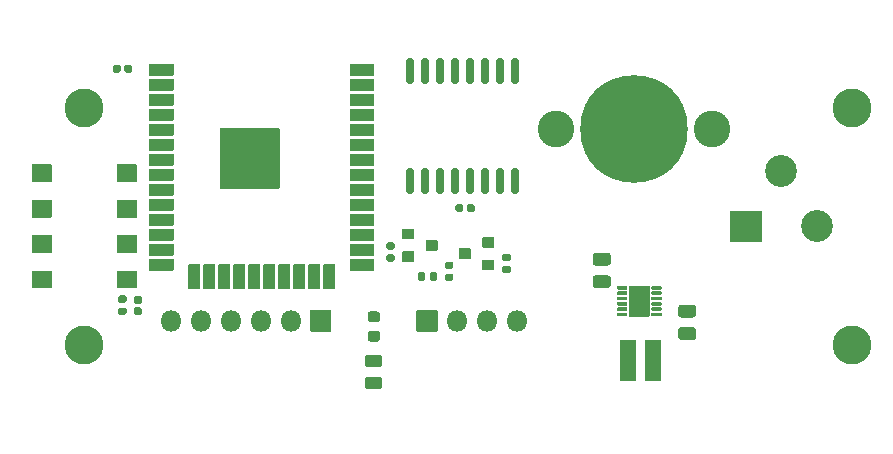
<source format=gts>
%TF.GenerationSoftware,KiCad,Pcbnew,5.1.10-6.fc33*%
%TF.CreationDate,2021-10-21T00:53:11-07:00*%
%TF.ProjectId,esp32_7seg_alarm_clock_controller,65737033-325f-4377-9365-675f616c6172,rev?*%
%TF.SameCoordinates,Original*%
%TF.FileFunction,Soldermask,Top*%
%TF.FilePolarity,Negative*%
%FSLAX46Y46*%
G04 Gerber Fmt 4.6, Leading zero omitted, Abs format (unit mm)*
G04 Created by KiCad (PCBNEW 5.1.10-6.fc33) date 2021-10-21 00:53:11*
%MOMM*%
%LPD*%
G01*
G04 APERTURE LIST*
%ADD10C,3.300000*%
%ADD11C,3.100000*%
%ADD12C,9.100000*%
%ADD13O,1.800000X1.800000*%
%ADD14C,2.700000*%
G04 APERTURE END LIST*
D10*
%TO.C,M4*%
X170000000Y-125000000D03*
%TD*%
%TO.C,M3*%
X105000000Y-125000000D03*
%TD*%
%TO.C,M2*%
X170000000Y-105000000D03*
%TD*%
%TO.C,M1*%
X105000000Y-105000000D03*
%TD*%
D11*
%TO.C,BT1*%
X158100000Y-106750000D03*
X144900000Y-106750000D03*
D12*
X151500000Y-106750000D03*
%TD*%
%TO.C,C1*%
G36*
G01*
X109720000Y-122510000D02*
X109330000Y-122510000D01*
G75*
G02*
X109165000Y-122345000I0J165000D01*
G01*
X109165000Y-122015000D01*
G75*
G02*
X109330000Y-121850000I165000J0D01*
G01*
X109720000Y-121850000D01*
G75*
G02*
X109885000Y-122015000I0J-165000D01*
G01*
X109885000Y-122345000D01*
G75*
G02*
X109720000Y-122510000I-165000J0D01*
G01*
G37*
G36*
G01*
X109720000Y-121550000D02*
X109330000Y-121550000D01*
G75*
G02*
X109165000Y-121385000I0J165000D01*
G01*
X109165000Y-121055000D01*
G75*
G02*
X109330000Y-120890000I165000J0D01*
G01*
X109720000Y-120890000D01*
G75*
G02*
X109885000Y-121055000I0J-165000D01*
G01*
X109885000Y-121385000D01*
G75*
G02*
X109720000Y-121550000I-165000J0D01*
G01*
G37*
%TD*%
%TO.C,C2*%
G36*
G01*
X137375000Y-113645000D02*
X137375000Y-113255000D01*
G75*
G02*
X137540000Y-113090000I165000J0D01*
G01*
X137870000Y-113090000D01*
G75*
G02*
X138035000Y-113255000I0J-165000D01*
G01*
X138035000Y-113645000D01*
G75*
G02*
X137870000Y-113810000I-165000J0D01*
G01*
X137540000Y-113810000D01*
G75*
G02*
X137375000Y-113645000I0J165000D01*
G01*
G37*
G36*
G01*
X136415000Y-113645000D02*
X136415000Y-113255000D01*
G75*
G02*
X136580000Y-113090000I165000J0D01*
G01*
X136910000Y-113090000D01*
G75*
G02*
X137075000Y-113255000I0J-165000D01*
G01*
X137075000Y-113645000D01*
G75*
G02*
X136910000Y-113810000I-165000J0D01*
G01*
X136580000Y-113810000D01*
G75*
G02*
X136415000Y-113645000I0J165000D01*
G01*
G37*
%TD*%
%TO.C,C3*%
G36*
G01*
X109035000Y-101455000D02*
X109035000Y-101845000D01*
G75*
G02*
X108870000Y-102010000I-165000J0D01*
G01*
X108540000Y-102010000D01*
G75*
G02*
X108375000Y-101845000I0J165000D01*
G01*
X108375000Y-101455000D01*
G75*
G02*
X108540000Y-101290000I165000J0D01*
G01*
X108870000Y-101290000D01*
G75*
G02*
X109035000Y-101455000I0J-165000D01*
G01*
G37*
G36*
G01*
X108075000Y-101455000D02*
X108075000Y-101845000D01*
G75*
G02*
X107910000Y-102010000I-165000J0D01*
G01*
X107580000Y-102010000D01*
G75*
G02*
X107415000Y-101845000I0J165000D01*
G01*
X107415000Y-101455000D01*
G75*
G02*
X107580000Y-101290000I165000J0D01*
G01*
X107910000Y-101290000D01*
G75*
G02*
X108075000Y-101455000I0J-165000D01*
G01*
G37*
%TD*%
%TO.C,C4*%
G36*
G01*
X149300000Y-118325000D02*
X148300000Y-118325000D01*
G75*
G02*
X148025000Y-118050000I0J275000D01*
G01*
X148025000Y-117500000D01*
G75*
G02*
X148300000Y-117225000I275000J0D01*
G01*
X149300000Y-117225000D01*
G75*
G02*
X149575000Y-117500000I0J-275000D01*
G01*
X149575000Y-118050000D01*
G75*
G02*
X149300000Y-118325000I-275000J0D01*
G01*
G37*
G36*
G01*
X149300000Y-120225000D02*
X148300000Y-120225000D01*
G75*
G02*
X148025000Y-119950000I0J275000D01*
G01*
X148025000Y-119400000D01*
G75*
G02*
X148300000Y-119125000I275000J0D01*
G01*
X149300000Y-119125000D01*
G75*
G02*
X149575000Y-119400000I0J-275000D01*
G01*
X149575000Y-119950000D01*
G75*
G02*
X149300000Y-120225000I-275000J0D01*
G01*
G37*
%TD*%
%TO.C,C5*%
G36*
G01*
X156525000Y-124625000D02*
X155525000Y-124625000D01*
G75*
G02*
X155250000Y-124350000I0J275000D01*
G01*
X155250000Y-123800000D01*
G75*
G02*
X155525000Y-123525000I275000J0D01*
G01*
X156525000Y-123525000D01*
G75*
G02*
X156800000Y-123800000I0J-275000D01*
G01*
X156800000Y-124350000D01*
G75*
G02*
X156525000Y-124625000I-275000J0D01*
G01*
G37*
G36*
G01*
X156525000Y-122725000D02*
X155525000Y-122725000D01*
G75*
G02*
X155250000Y-122450000I0J275000D01*
G01*
X155250000Y-121900000D01*
G75*
G02*
X155525000Y-121625000I275000J0D01*
G01*
X156525000Y-121625000D01*
G75*
G02*
X156800000Y-121900000I0J-275000D01*
G01*
X156800000Y-122450000D01*
G75*
G02*
X156525000Y-122725000I-275000J0D01*
G01*
G37*
%TD*%
%TO.C,D1*%
G36*
G01*
X129956250Y-128800000D02*
X128993750Y-128800000D01*
G75*
G02*
X128725000Y-128531250I0J268750D01*
G01*
X128725000Y-127993750D01*
G75*
G02*
X128993750Y-127725000I268750J0D01*
G01*
X129956250Y-127725000D01*
G75*
G02*
X130225000Y-127993750I0J-268750D01*
G01*
X130225000Y-128531250D01*
G75*
G02*
X129956250Y-128800000I-268750J0D01*
G01*
G37*
G36*
G01*
X129956250Y-126925000D02*
X128993750Y-126925000D01*
G75*
G02*
X128725000Y-126656250I0J268750D01*
G01*
X128725000Y-126118750D01*
G75*
G02*
X128993750Y-125850000I268750J0D01*
G01*
X129956250Y-125850000D01*
G75*
G02*
X130225000Y-126118750I0J-268750D01*
G01*
X130225000Y-126656250D01*
G75*
G02*
X129956250Y-126925000I-268750J0D01*
G01*
G37*
%TD*%
%TO.C,J1*%
G36*
G01*
X124150000Y-122100000D02*
X125850000Y-122100000D01*
G75*
G02*
X125900000Y-122150000I0J-50000D01*
G01*
X125900000Y-123850000D01*
G75*
G02*
X125850000Y-123900000I-50000J0D01*
G01*
X124150000Y-123900000D01*
G75*
G02*
X124100000Y-123850000I0J50000D01*
G01*
X124100000Y-122150000D01*
G75*
G02*
X124150000Y-122100000I50000J0D01*
G01*
G37*
D13*
X122460000Y-123000000D03*
X119920000Y-123000000D03*
X117380000Y-123000000D03*
X114840000Y-123000000D03*
X112300000Y-123000000D03*
%TD*%
%TO.C,J2*%
G36*
G01*
X162300000Y-116350000D02*
X159700000Y-116350000D01*
G75*
G02*
X159650000Y-116300000I0J50000D01*
G01*
X159650000Y-113700000D01*
G75*
G02*
X159700000Y-113650000I50000J0D01*
G01*
X162300000Y-113650000D01*
G75*
G02*
X162350000Y-113700000I0J-50000D01*
G01*
X162350000Y-116300000D01*
G75*
G02*
X162300000Y-116350000I-50000J0D01*
G01*
G37*
D14*
X167000000Y-115000000D03*
X164000000Y-110300000D03*
%TD*%
%TO.C,J3*%
G36*
G01*
X134850000Y-123900000D02*
X133150000Y-123900000D01*
G75*
G02*
X133100000Y-123850000I0J50000D01*
G01*
X133100000Y-122150000D01*
G75*
G02*
X133150000Y-122100000I50000J0D01*
G01*
X134850000Y-122100000D01*
G75*
G02*
X134900000Y-122150000I0J-50000D01*
G01*
X134900000Y-123850000D01*
G75*
G02*
X134850000Y-123900000I-50000J0D01*
G01*
G37*
D13*
X136540000Y-123000000D03*
X139080000Y-123000000D03*
X141620000Y-123000000D03*
%TD*%
%TO.C,L1*%
G36*
G01*
X150325000Y-128025000D02*
X150325000Y-124625000D01*
G75*
G02*
X150375000Y-124575000I50000J0D01*
G01*
X151675000Y-124575000D01*
G75*
G02*
X151725000Y-124625000I0J-50000D01*
G01*
X151725000Y-128025000D01*
G75*
G02*
X151675000Y-128075000I-50000J0D01*
G01*
X150375000Y-128075000D01*
G75*
G02*
X150325000Y-128025000I0J50000D01*
G01*
G37*
G36*
G01*
X152425000Y-128025000D02*
X152425000Y-124625000D01*
G75*
G02*
X152475000Y-124575000I50000J0D01*
G01*
X153775000Y-124575000D01*
G75*
G02*
X153825000Y-124625000I0J-50000D01*
G01*
X153825000Y-128025000D01*
G75*
G02*
X153775000Y-128075000I-50000J0D01*
G01*
X152475000Y-128075000D01*
G75*
G02*
X152425000Y-128025000I0J50000D01*
G01*
G37*
%TD*%
%TO.C,Q1*%
G36*
G01*
X133900000Y-117000000D02*
X133900000Y-116200000D01*
G75*
G02*
X133950000Y-116150000I50000J0D01*
G01*
X134850000Y-116150000D01*
G75*
G02*
X134900000Y-116200000I0J-50000D01*
G01*
X134900000Y-117000000D01*
G75*
G02*
X134850000Y-117050000I-50000J0D01*
G01*
X133950000Y-117050000D01*
G75*
G02*
X133900000Y-117000000I0J50000D01*
G01*
G37*
G36*
G01*
X131900000Y-117950000D02*
X131900000Y-117150000D01*
G75*
G02*
X131950000Y-117100000I50000J0D01*
G01*
X132850000Y-117100000D01*
G75*
G02*
X132900000Y-117150000I0J-50000D01*
G01*
X132900000Y-117950000D01*
G75*
G02*
X132850000Y-118000000I-50000J0D01*
G01*
X131950000Y-118000000D01*
G75*
G02*
X131900000Y-117950000I0J50000D01*
G01*
G37*
G36*
G01*
X131900000Y-116050000D02*
X131900000Y-115250000D01*
G75*
G02*
X131950000Y-115200000I50000J0D01*
G01*
X132850000Y-115200000D01*
G75*
G02*
X132900000Y-115250000I0J-50000D01*
G01*
X132900000Y-116050000D01*
G75*
G02*
X132850000Y-116100000I-50000J0D01*
G01*
X131950000Y-116100000D01*
G75*
G02*
X131900000Y-116050000I0J50000D01*
G01*
G37*
%TD*%
%TO.C,Q2*%
G36*
G01*
X139700000Y-117850000D02*
X139700000Y-118650000D01*
G75*
G02*
X139650000Y-118700000I-50000J0D01*
G01*
X138750000Y-118700000D01*
G75*
G02*
X138700000Y-118650000I0J50000D01*
G01*
X138700000Y-117850000D01*
G75*
G02*
X138750000Y-117800000I50000J0D01*
G01*
X139650000Y-117800000D01*
G75*
G02*
X139700000Y-117850000I0J-50000D01*
G01*
G37*
G36*
G01*
X139700000Y-115950000D02*
X139700000Y-116750000D01*
G75*
G02*
X139650000Y-116800000I-50000J0D01*
G01*
X138750000Y-116800000D01*
G75*
G02*
X138700000Y-116750000I0J50000D01*
G01*
X138700000Y-115950000D01*
G75*
G02*
X138750000Y-115900000I50000J0D01*
G01*
X139650000Y-115900000D01*
G75*
G02*
X139700000Y-115950000I0J-50000D01*
G01*
G37*
G36*
G01*
X137700000Y-116900000D02*
X137700000Y-117700000D01*
G75*
G02*
X137650000Y-117750000I-50000J0D01*
G01*
X136750000Y-117750000D01*
G75*
G02*
X136700000Y-117700000I0J50000D01*
G01*
X136700000Y-116900000D01*
G75*
G02*
X136750000Y-116850000I50000J0D01*
G01*
X137650000Y-116850000D01*
G75*
G02*
X137700000Y-116900000I0J-50000D01*
G01*
G37*
%TD*%
%TO.C,R1*%
G36*
G01*
X108410000Y-122505000D02*
X107990000Y-122505000D01*
G75*
G02*
X107830000Y-122345000I0J160000D01*
G01*
X107830000Y-122025000D01*
G75*
G02*
X107990000Y-121865000I160000J0D01*
G01*
X108410000Y-121865000D01*
G75*
G02*
X108570000Y-122025000I0J-160000D01*
G01*
X108570000Y-122345000D01*
G75*
G02*
X108410000Y-122505000I-160000J0D01*
G01*
G37*
G36*
G01*
X108410000Y-121485000D02*
X107990000Y-121485000D01*
G75*
G02*
X107830000Y-121325000I0J160000D01*
G01*
X107830000Y-121005000D01*
G75*
G02*
X107990000Y-120845000I160000J0D01*
G01*
X108410000Y-120845000D01*
G75*
G02*
X108570000Y-121005000I0J-160000D01*
G01*
X108570000Y-121325000D01*
G75*
G02*
X108410000Y-121485000I-160000J0D01*
G01*
G37*
%TD*%
%TO.C,R2*%
G36*
G01*
X129800000Y-124750000D02*
X129200000Y-124750000D01*
G75*
G02*
X128975000Y-124525000I0J225000D01*
G01*
X128975000Y-124075000D01*
G75*
G02*
X129200000Y-123850000I225000J0D01*
G01*
X129800000Y-123850000D01*
G75*
G02*
X130025000Y-124075000I0J-225000D01*
G01*
X130025000Y-124525000D01*
G75*
G02*
X129800000Y-124750000I-225000J0D01*
G01*
G37*
G36*
G01*
X129800000Y-123100000D02*
X129200000Y-123100000D01*
G75*
G02*
X128975000Y-122875000I0J225000D01*
G01*
X128975000Y-122425000D01*
G75*
G02*
X129200000Y-122200000I225000J0D01*
G01*
X129800000Y-122200000D01*
G75*
G02*
X130025000Y-122425000I0J-225000D01*
G01*
X130025000Y-122875000D01*
G75*
G02*
X129800000Y-123100000I-225000J0D01*
G01*
G37*
%TD*%
%TO.C,R3*%
G36*
G01*
X130715000Y-116335000D02*
X131135000Y-116335000D01*
G75*
G02*
X131295000Y-116495000I0J-160000D01*
G01*
X131295000Y-116815000D01*
G75*
G02*
X131135000Y-116975000I-160000J0D01*
G01*
X130715000Y-116975000D01*
G75*
G02*
X130555000Y-116815000I0J160000D01*
G01*
X130555000Y-116495000D01*
G75*
G02*
X130715000Y-116335000I160000J0D01*
G01*
G37*
G36*
G01*
X130715000Y-117355000D02*
X131135000Y-117355000D01*
G75*
G02*
X131295000Y-117515000I0J-160000D01*
G01*
X131295000Y-117835000D01*
G75*
G02*
X131135000Y-117995000I-160000J0D01*
G01*
X130715000Y-117995000D01*
G75*
G02*
X130555000Y-117835000I0J160000D01*
G01*
X130555000Y-117515000D01*
G75*
G02*
X130715000Y-117355000I160000J0D01*
G01*
G37*
%TD*%
%TO.C,R4*%
G36*
G01*
X140935000Y-117935000D02*
X140515000Y-117935000D01*
G75*
G02*
X140355000Y-117775000I0J160000D01*
G01*
X140355000Y-117455000D01*
G75*
G02*
X140515000Y-117295000I160000J0D01*
G01*
X140935000Y-117295000D01*
G75*
G02*
X141095000Y-117455000I0J-160000D01*
G01*
X141095000Y-117775000D01*
G75*
G02*
X140935000Y-117935000I-160000J0D01*
G01*
G37*
G36*
G01*
X140935000Y-118955000D02*
X140515000Y-118955000D01*
G75*
G02*
X140355000Y-118795000I0J160000D01*
G01*
X140355000Y-118475000D01*
G75*
G02*
X140515000Y-118315000I160000J0D01*
G01*
X140935000Y-118315000D01*
G75*
G02*
X141095000Y-118475000I0J-160000D01*
G01*
X141095000Y-118795000D01*
G75*
G02*
X140935000Y-118955000I-160000J0D01*
G01*
G37*
%TD*%
%TO.C,R5*%
G36*
G01*
X133860000Y-119040000D02*
X133860000Y-119460000D01*
G75*
G02*
X133700000Y-119620000I-160000J0D01*
G01*
X133380000Y-119620000D01*
G75*
G02*
X133220000Y-119460000I0J160000D01*
G01*
X133220000Y-119040000D01*
G75*
G02*
X133380000Y-118880000I160000J0D01*
G01*
X133700000Y-118880000D01*
G75*
G02*
X133860000Y-119040000I0J-160000D01*
G01*
G37*
G36*
G01*
X134880000Y-119040000D02*
X134880000Y-119460000D01*
G75*
G02*
X134720000Y-119620000I-160000J0D01*
G01*
X134400000Y-119620000D01*
G75*
G02*
X134240000Y-119460000I0J160000D01*
G01*
X134240000Y-119040000D01*
G75*
G02*
X134400000Y-118880000I160000J0D01*
G01*
X134720000Y-118880000D01*
G75*
G02*
X134880000Y-119040000I0J-160000D01*
G01*
G37*
%TD*%
%TO.C,R6*%
G36*
G01*
X136085000Y-119630000D02*
X135665000Y-119630000D01*
G75*
G02*
X135505000Y-119470000I0J160000D01*
G01*
X135505000Y-119150000D01*
G75*
G02*
X135665000Y-118990000I160000J0D01*
G01*
X136085000Y-118990000D01*
G75*
G02*
X136245000Y-119150000I0J-160000D01*
G01*
X136245000Y-119470000D01*
G75*
G02*
X136085000Y-119630000I-160000J0D01*
G01*
G37*
G36*
G01*
X136085000Y-118610000D02*
X135665000Y-118610000D01*
G75*
G02*
X135505000Y-118450000I0J160000D01*
G01*
X135505000Y-118130000D01*
G75*
G02*
X135665000Y-117970000I160000J0D01*
G01*
X136085000Y-117970000D01*
G75*
G02*
X136245000Y-118130000I0J-160000D01*
G01*
X136245000Y-118450000D01*
G75*
G02*
X136085000Y-118610000I-160000J0D01*
G01*
G37*
%TD*%
%TO.C,SW1*%
G36*
G01*
X100550000Y-114200000D02*
X100550000Y-112800000D01*
G75*
G02*
X100600000Y-112750000I50000J0D01*
G01*
X102200000Y-112750000D01*
G75*
G02*
X102250000Y-112800000I0J-50000D01*
G01*
X102250000Y-114200000D01*
G75*
G02*
X102200000Y-114250000I-50000J0D01*
G01*
X100600000Y-114250000D01*
G75*
G02*
X100550000Y-114200000I0J50000D01*
G01*
G37*
G36*
G01*
X107750000Y-114200000D02*
X107750000Y-112800000D01*
G75*
G02*
X107800000Y-112750000I50000J0D01*
G01*
X109400000Y-112750000D01*
G75*
G02*
X109450000Y-112800000I0J-50000D01*
G01*
X109450000Y-114200000D01*
G75*
G02*
X109400000Y-114250000I-50000J0D01*
G01*
X107800000Y-114250000D01*
G75*
G02*
X107750000Y-114200000I0J50000D01*
G01*
G37*
G36*
G01*
X100550000Y-111200000D02*
X100550000Y-109800000D01*
G75*
G02*
X100600000Y-109750000I50000J0D01*
G01*
X102200000Y-109750000D01*
G75*
G02*
X102250000Y-109800000I0J-50000D01*
G01*
X102250000Y-111200000D01*
G75*
G02*
X102200000Y-111250000I-50000J0D01*
G01*
X100600000Y-111250000D01*
G75*
G02*
X100550000Y-111200000I0J50000D01*
G01*
G37*
G36*
G01*
X107750000Y-111200000D02*
X107750000Y-109800000D01*
G75*
G02*
X107800000Y-109750000I50000J0D01*
G01*
X109400000Y-109750000D01*
G75*
G02*
X109450000Y-109800000I0J-50000D01*
G01*
X109450000Y-111200000D01*
G75*
G02*
X109400000Y-111250000I-50000J0D01*
G01*
X107800000Y-111250000D01*
G75*
G02*
X107750000Y-111200000I0J50000D01*
G01*
G37*
%TD*%
%TO.C,SW2*%
G36*
G01*
X107750000Y-117200000D02*
X107750000Y-115800000D01*
G75*
G02*
X107800000Y-115750000I50000J0D01*
G01*
X109400000Y-115750000D01*
G75*
G02*
X109450000Y-115800000I0J-50000D01*
G01*
X109450000Y-117200000D01*
G75*
G02*
X109400000Y-117250000I-50000J0D01*
G01*
X107800000Y-117250000D01*
G75*
G02*
X107750000Y-117200000I0J50000D01*
G01*
G37*
G36*
G01*
X100550000Y-117200000D02*
X100550000Y-115800000D01*
G75*
G02*
X100600000Y-115750000I50000J0D01*
G01*
X102200000Y-115750000D01*
G75*
G02*
X102250000Y-115800000I0J-50000D01*
G01*
X102250000Y-117200000D01*
G75*
G02*
X102200000Y-117250000I-50000J0D01*
G01*
X100600000Y-117250000D01*
G75*
G02*
X100550000Y-117200000I0J50000D01*
G01*
G37*
G36*
G01*
X107750000Y-120200000D02*
X107750000Y-118800000D01*
G75*
G02*
X107800000Y-118750000I50000J0D01*
G01*
X109400000Y-118750000D01*
G75*
G02*
X109450000Y-118800000I0J-50000D01*
G01*
X109450000Y-120200000D01*
G75*
G02*
X109400000Y-120250000I-50000J0D01*
G01*
X107800000Y-120250000D01*
G75*
G02*
X107750000Y-120200000I0J50000D01*
G01*
G37*
G36*
G01*
X100550000Y-120200000D02*
X100550000Y-118800000D01*
G75*
G02*
X100600000Y-118750000I50000J0D01*
G01*
X102200000Y-118750000D01*
G75*
G02*
X102250000Y-118800000I0J-50000D01*
G01*
X102250000Y-120200000D01*
G75*
G02*
X102200000Y-120250000I-50000J0D01*
G01*
X100600000Y-120250000D01*
G75*
G02*
X100550000Y-120200000I0J50000D01*
G01*
G37*
%TD*%
%TO.C,U1*%
G36*
G01*
X132730000Y-112225000D02*
X132380000Y-112225000D01*
G75*
G02*
X132205000Y-112050000I0J175000D01*
G01*
X132205000Y-110250000D01*
G75*
G02*
X132380000Y-110075000I175000J0D01*
G01*
X132730000Y-110075000D01*
G75*
G02*
X132905000Y-110250000I0J-175000D01*
G01*
X132905000Y-112050000D01*
G75*
G02*
X132730000Y-112225000I-175000J0D01*
G01*
G37*
G36*
G01*
X134000000Y-112225000D02*
X133650000Y-112225000D01*
G75*
G02*
X133475000Y-112050000I0J175000D01*
G01*
X133475000Y-110250000D01*
G75*
G02*
X133650000Y-110075000I175000J0D01*
G01*
X134000000Y-110075000D01*
G75*
G02*
X134175000Y-110250000I0J-175000D01*
G01*
X134175000Y-112050000D01*
G75*
G02*
X134000000Y-112225000I-175000J0D01*
G01*
G37*
G36*
G01*
X135270000Y-112225000D02*
X134920000Y-112225000D01*
G75*
G02*
X134745000Y-112050000I0J175000D01*
G01*
X134745000Y-110250000D01*
G75*
G02*
X134920000Y-110075000I175000J0D01*
G01*
X135270000Y-110075000D01*
G75*
G02*
X135445000Y-110250000I0J-175000D01*
G01*
X135445000Y-112050000D01*
G75*
G02*
X135270000Y-112225000I-175000J0D01*
G01*
G37*
G36*
G01*
X136540000Y-112225000D02*
X136190000Y-112225000D01*
G75*
G02*
X136015000Y-112050000I0J175000D01*
G01*
X136015000Y-110250000D01*
G75*
G02*
X136190000Y-110075000I175000J0D01*
G01*
X136540000Y-110075000D01*
G75*
G02*
X136715000Y-110250000I0J-175000D01*
G01*
X136715000Y-112050000D01*
G75*
G02*
X136540000Y-112225000I-175000J0D01*
G01*
G37*
G36*
G01*
X137810000Y-112225000D02*
X137460000Y-112225000D01*
G75*
G02*
X137285000Y-112050000I0J175000D01*
G01*
X137285000Y-110250000D01*
G75*
G02*
X137460000Y-110075000I175000J0D01*
G01*
X137810000Y-110075000D01*
G75*
G02*
X137985000Y-110250000I0J-175000D01*
G01*
X137985000Y-112050000D01*
G75*
G02*
X137810000Y-112225000I-175000J0D01*
G01*
G37*
G36*
G01*
X139080000Y-112225000D02*
X138730000Y-112225000D01*
G75*
G02*
X138555000Y-112050000I0J175000D01*
G01*
X138555000Y-110250000D01*
G75*
G02*
X138730000Y-110075000I175000J0D01*
G01*
X139080000Y-110075000D01*
G75*
G02*
X139255000Y-110250000I0J-175000D01*
G01*
X139255000Y-112050000D01*
G75*
G02*
X139080000Y-112225000I-175000J0D01*
G01*
G37*
G36*
G01*
X140350000Y-112225000D02*
X140000000Y-112225000D01*
G75*
G02*
X139825000Y-112050000I0J175000D01*
G01*
X139825000Y-110250000D01*
G75*
G02*
X140000000Y-110075000I175000J0D01*
G01*
X140350000Y-110075000D01*
G75*
G02*
X140525000Y-110250000I0J-175000D01*
G01*
X140525000Y-112050000D01*
G75*
G02*
X140350000Y-112225000I-175000J0D01*
G01*
G37*
G36*
G01*
X141620000Y-112225000D02*
X141270000Y-112225000D01*
G75*
G02*
X141095000Y-112050000I0J175000D01*
G01*
X141095000Y-110250000D01*
G75*
G02*
X141270000Y-110075000I175000J0D01*
G01*
X141620000Y-110075000D01*
G75*
G02*
X141795000Y-110250000I0J-175000D01*
G01*
X141795000Y-112050000D01*
G75*
G02*
X141620000Y-112225000I-175000J0D01*
G01*
G37*
G36*
G01*
X141620000Y-102925000D02*
X141270000Y-102925000D01*
G75*
G02*
X141095000Y-102750000I0J175000D01*
G01*
X141095000Y-100950000D01*
G75*
G02*
X141270000Y-100775000I175000J0D01*
G01*
X141620000Y-100775000D01*
G75*
G02*
X141795000Y-100950000I0J-175000D01*
G01*
X141795000Y-102750000D01*
G75*
G02*
X141620000Y-102925000I-175000J0D01*
G01*
G37*
G36*
G01*
X140350000Y-102925000D02*
X140000000Y-102925000D01*
G75*
G02*
X139825000Y-102750000I0J175000D01*
G01*
X139825000Y-100950000D01*
G75*
G02*
X140000000Y-100775000I175000J0D01*
G01*
X140350000Y-100775000D01*
G75*
G02*
X140525000Y-100950000I0J-175000D01*
G01*
X140525000Y-102750000D01*
G75*
G02*
X140350000Y-102925000I-175000J0D01*
G01*
G37*
G36*
G01*
X139080000Y-102925000D02*
X138730000Y-102925000D01*
G75*
G02*
X138555000Y-102750000I0J175000D01*
G01*
X138555000Y-100950000D01*
G75*
G02*
X138730000Y-100775000I175000J0D01*
G01*
X139080000Y-100775000D01*
G75*
G02*
X139255000Y-100950000I0J-175000D01*
G01*
X139255000Y-102750000D01*
G75*
G02*
X139080000Y-102925000I-175000J0D01*
G01*
G37*
G36*
G01*
X137810000Y-102925000D02*
X137460000Y-102925000D01*
G75*
G02*
X137285000Y-102750000I0J175000D01*
G01*
X137285000Y-100950000D01*
G75*
G02*
X137460000Y-100775000I175000J0D01*
G01*
X137810000Y-100775000D01*
G75*
G02*
X137985000Y-100950000I0J-175000D01*
G01*
X137985000Y-102750000D01*
G75*
G02*
X137810000Y-102925000I-175000J0D01*
G01*
G37*
G36*
G01*
X136540000Y-102925000D02*
X136190000Y-102925000D01*
G75*
G02*
X136015000Y-102750000I0J175000D01*
G01*
X136015000Y-100950000D01*
G75*
G02*
X136190000Y-100775000I175000J0D01*
G01*
X136540000Y-100775000D01*
G75*
G02*
X136715000Y-100950000I0J-175000D01*
G01*
X136715000Y-102750000D01*
G75*
G02*
X136540000Y-102925000I-175000J0D01*
G01*
G37*
G36*
G01*
X135270000Y-102925000D02*
X134920000Y-102925000D01*
G75*
G02*
X134745000Y-102750000I0J175000D01*
G01*
X134745000Y-100950000D01*
G75*
G02*
X134920000Y-100775000I175000J0D01*
G01*
X135270000Y-100775000D01*
G75*
G02*
X135445000Y-100950000I0J-175000D01*
G01*
X135445000Y-102750000D01*
G75*
G02*
X135270000Y-102925000I-175000J0D01*
G01*
G37*
G36*
G01*
X134000000Y-102925000D02*
X133650000Y-102925000D01*
G75*
G02*
X133475000Y-102750000I0J175000D01*
G01*
X133475000Y-100950000D01*
G75*
G02*
X133650000Y-100775000I175000J0D01*
G01*
X134000000Y-100775000D01*
G75*
G02*
X134175000Y-100950000I0J-175000D01*
G01*
X134175000Y-102750000D01*
G75*
G02*
X134000000Y-102925000I-175000J0D01*
G01*
G37*
G36*
G01*
X132730000Y-102925000D02*
X132380000Y-102925000D01*
G75*
G02*
X132205000Y-102750000I0J175000D01*
G01*
X132205000Y-100950000D01*
G75*
G02*
X132380000Y-100775000I175000J0D01*
G01*
X132730000Y-100775000D01*
G75*
G02*
X132905000Y-100950000I0J-175000D01*
G01*
X132905000Y-102750000D01*
G75*
G02*
X132730000Y-102925000I-175000J0D01*
G01*
G37*
%TD*%
%TO.C,U2*%
G36*
G01*
X116450000Y-111745000D02*
X116450000Y-106745000D01*
G75*
G02*
X116500000Y-106695000I50000J0D01*
G01*
X121500000Y-106695000D01*
G75*
G02*
X121550000Y-106745000I0J-50000D01*
G01*
X121550000Y-111745000D01*
G75*
G02*
X121500000Y-111795000I-50000J0D01*
G01*
X116500000Y-111795000D01*
G75*
G02*
X116450000Y-111745000I0J50000D01*
G01*
G37*
G36*
G01*
X110450000Y-102195000D02*
X110450000Y-101295000D01*
G75*
G02*
X110500000Y-101245000I50000J0D01*
G01*
X112500000Y-101245000D01*
G75*
G02*
X112550000Y-101295000I0J-50000D01*
G01*
X112550000Y-102195000D01*
G75*
G02*
X112500000Y-102245000I-50000J0D01*
G01*
X110500000Y-102245000D01*
G75*
G02*
X110450000Y-102195000I0J50000D01*
G01*
G37*
G36*
G01*
X110450000Y-103465000D02*
X110450000Y-102565000D01*
G75*
G02*
X110500000Y-102515000I50000J0D01*
G01*
X112500000Y-102515000D01*
G75*
G02*
X112550000Y-102565000I0J-50000D01*
G01*
X112550000Y-103465000D01*
G75*
G02*
X112500000Y-103515000I-50000J0D01*
G01*
X110500000Y-103515000D01*
G75*
G02*
X110450000Y-103465000I0J50000D01*
G01*
G37*
G36*
G01*
X110450000Y-104735000D02*
X110450000Y-103835000D01*
G75*
G02*
X110500000Y-103785000I50000J0D01*
G01*
X112500000Y-103785000D01*
G75*
G02*
X112550000Y-103835000I0J-50000D01*
G01*
X112550000Y-104735000D01*
G75*
G02*
X112500000Y-104785000I-50000J0D01*
G01*
X110500000Y-104785000D01*
G75*
G02*
X110450000Y-104735000I0J50000D01*
G01*
G37*
G36*
G01*
X110450000Y-106005000D02*
X110450000Y-105105000D01*
G75*
G02*
X110500000Y-105055000I50000J0D01*
G01*
X112500000Y-105055000D01*
G75*
G02*
X112550000Y-105105000I0J-50000D01*
G01*
X112550000Y-106005000D01*
G75*
G02*
X112500000Y-106055000I-50000J0D01*
G01*
X110500000Y-106055000D01*
G75*
G02*
X110450000Y-106005000I0J50000D01*
G01*
G37*
G36*
G01*
X110450000Y-107275000D02*
X110450000Y-106375000D01*
G75*
G02*
X110500000Y-106325000I50000J0D01*
G01*
X112500000Y-106325000D01*
G75*
G02*
X112550000Y-106375000I0J-50000D01*
G01*
X112550000Y-107275000D01*
G75*
G02*
X112500000Y-107325000I-50000J0D01*
G01*
X110500000Y-107325000D01*
G75*
G02*
X110450000Y-107275000I0J50000D01*
G01*
G37*
G36*
G01*
X110450000Y-108545000D02*
X110450000Y-107645000D01*
G75*
G02*
X110500000Y-107595000I50000J0D01*
G01*
X112500000Y-107595000D01*
G75*
G02*
X112550000Y-107645000I0J-50000D01*
G01*
X112550000Y-108545000D01*
G75*
G02*
X112500000Y-108595000I-50000J0D01*
G01*
X110500000Y-108595000D01*
G75*
G02*
X110450000Y-108545000I0J50000D01*
G01*
G37*
G36*
G01*
X110450000Y-109815000D02*
X110450000Y-108915000D01*
G75*
G02*
X110500000Y-108865000I50000J0D01*
G01*
X112500000Y-108865000D01*
G75*
G02*
X112550000Y-108915000I0J-50000D01*
G01*
X112550000Y-109815000D01*
G75*
G02*
X112500000Y-109865000I-50000J0D01*
G01*
X110500000Y-109865000D01*
G75*
G02*
X110450000Y-109815000I0J50000D01*
G01*
G37*
G36*
G01*
X110450000Y-111085000D02*
X110450000Y-110185000D01*
G75*
G02*
X110500000Y-110135000I50000J0D01*
G01*
X112500000Y-110135000D01*
G75*
G02*
X112550000Y-110185000I0J-50000D01*
G01*
X112550000Y-111085000D01*
G75*
G02*
X112500000Y-111135000I-50000J0D01*
G01*
X110500000Y-111135000D01*
G75*
G02*
X110450000Y-111085000I0J50000D01*
G01*
G37*
G36*
G01*
X110450000Y-112355000D02*
X110450000Y-111455000D01*
G75*
G02*
X110500000Y-111405000I50000J0D01*
G01*
X112500000Y-111405000D01*
G75*
G02*
X112550000Y-111455000I0J-50000D01*
G01*
X112550000Y-112355000D01*
G75*
G02*
X112500000Y-112405000I-50000J0D01*
G01*
X110500000Y-112405000D01*
G75*
G02*
X110450000Y-112355000I0J50000D01*
G01*
G37*
G36*
G01*
X110450000Y-113625000D02*
X110450000Y-112725000D01*
G75*
G02*
X110500000Y-112675000I50000J0D01*
G01*
X112500000Y-112675000D01*
G75*
G02*
X112550000Y-112725000I0J-50000D01*
G01*
X112550000Y-113625000D01*
G75*
G02*
X112500000Y-113675000I-50000J0D01*
G01*
X110500000Y-113675000D01*
G75*
G02*
X110450000Y-113625000I0J50000D01*
G01*
G37*
G36*
G01*
X110450000Y-114895000D02*
X110450000Y-113995000D01*
G75*
G02*
X110500000Y-113945000I50000J0D01*
G01*
X112500000Y-113945000D01*
G75*
G02*
X112550000Y-113995000I0J-50000D01*
G01*
X112550000Y-114895000D01*
G75*
G02*
X112500000Y-114945000I-50000J0D01*
G01*
X110500000Y-114945000D01*
G75*
G02*
X110450000Y-114895000I0J50000D01*
G01*
G37*
G36*
G01*
X110450000Y-116165000D02*
X110450000Y-115265000D01*
G75*
G02*
X110500000Y-115215000I50000J0D01*
G01*
X112500000Y-115215000D01*
G75*
G02*
X112550000Y-115265000I0J-50000D01*
G01*
X112550000Y-116165000D01*
G75*
G02*
X112500000Y-116215000I-50000J0D01*
G01*
X110500000Y-116215000D01*
G75*
G02*
X110450000Y-116165000I0J50000D01*
G01*
G37*
G36*
G01*
X110450000Y-117435000D02*
X110450000Y-116535000D01*
G75*
G02*
X110500000Y-116485000I50000J0D01*
G01*
X112500000Y-116485000D01*
G75*
G02*
X112550000Y-116535000I0J-50000D01*
G01*
X112550000Y-117435000D01*
G75*
G02*
X112500000Y-117485000I-50000J0D01*
G01*
X110500000Y-117485000D01*
G75*
G02*
X110450000Y-117435000I0J50000D01*
G01*
G37*
G36*
G01*
X110450000Y-118705000D02*
X110450000Y-117805000D01*
G75*
G02*
X110500000Y-117755000I50000J0D01*
G01*
X112500000Y-117755000D01*
G75*
G02*
X112550000Y-117805000I0J-50000D01*
G01*
X112550000Y-118705000D01*
G75*
G02*
X112500000Y-118755000I-50000J0D01*
G01*
X110500000Y-118755000D01*
G75*
G02*
X110450000Y-118705000I0J50000D01*
G01*
G37*
G36*
G01*
X114735000Y-120305000D02*
X113835000Y-120305000D01*
G75*
G02*
X113785000Y-120255000I0J50000D01*
G01*
X113785000Y-118255000D01*
G75*
G02*
X113835000Y-118205000I50000J0D01*
G01*
X114735000Y-118205000D01*
G75*
G02*
X114785000Y-118255000I0J-50000D01*
G01*
X114785000Y-120255000D01*
G75*
G02*
X114735000Y-120305000I-50000J0D01*
G01*
G37*
G36*
G01*
X116005000Y-120305000D02*
X115105000Y-120305000D01*
G75*
G02*
X115055000Y-120255000I0J50000D01*
G01*
X115055000Y-118255000D01*
G75*
G02*
X115105000Y-118205000I50000J0D01*
G01*
X116005000Y-118205000D01*
G75*
G02*
X116055000Y-118255000I0J-50000D01*
G01*
X116055000Y-120255000D01*
G75*
G02*
X116005000Y-120305000I-50000J0D01*
G01*
G37*
G36*
G01*
X117275000Y-120305000D02*
X116375000Y-120305000D01*
G75*
G02*
X116325000Y-120255000I0J50000D01*
G01*
X116325000Y-118255000D01*
G75*
G02*
X116375000Y-118205000I50000J0D01*
G01*
X117275000Y-118205000D01*
G75*
G02*
X117325000Y-118255000I0J-50000D01*
G01*
X117325000Y-120255000D01*
G75*
G02*
X117275000Y-120305000I-50000J0D01*
G01*
G37*
G36*
G01*
X118545000Y-120305000D02*
X117645000Y-120305000D01*
G75*
G02*
X117595000Y-120255000I0J50000D01*
G01*
X117595000Y-118255000D01*
G75*
G02*
X117645000Y-118205000I50000J0D01*
G01*
X118545000Y-118205000D01*
G75*
G02*
X118595000Y-118255000I0J-50000D01*
G01*
X118595000Y-120255000D01*
G75*
G02*
X118545000Y-120305000I-50000J0D01*
G01*
G37*
G36*
G01*
X119815000Y-120305000D02*
X118915000Y-120305000D01*
G75*
G02*
X118865000Y-120255000I0J50000D01*
G01*
X118865000Y-118255000D01*
G75*
G02*
X118915000Y-118205000I50000J0D01*
G01*
X119815000Y-118205000D01*
G75*
G02*
X119865000Y-118255000I0J-50000D01*
G01*
X119865000Y-120255000D01*
G75*
G02*
X119815000Y-120305000I-50000J0D01*
G01*
G37*
G36*
G01*
X121085000Y-120305000D02*
X120185000Y-120305000D01*
G75*
G02*
X120135000Y-120255000I0J50000D01*
G01*
X120135000Y-118255000D01*
G75*
G02*
X120185000Y-118205000I50000J0D01*
G01*
X121085000Y-118205000D01*
G75*
G02*
X121135000Y-118255000I0J-50000D01*
G01*
X121135000Y-120255000D01*
G75*
G02*
X121085000Y-120305000I-50000J0D01*
G01*
G37*
G36*
G01*
X122355000Y-120305000D02*
X121455000Y-120305000D01*
G75*
G02*
X121405000Y-120255000I0J50000D01*
G01*
X121405000Y-118255000D01*
G75*
G02*
X121455000Y-118205000I50000J0D01*
G01*
X122355000Y-118205000D01*
G75*
G02*
X122405000Y-118255000I0J-50000D01*
G01*
X122405000Y-120255000D01*
G75*
G02*
X122355000Y-120305000I-50000J0D01*
G01*
G37*
G36*
G01*
X123625000Y-120305000D02*
X122725000Y-120305000D01*
G75*
G02*
X122675000Y-120255000I0J50000D01*
G01*
X122675000Y-118255000D01*
G75*
G02*
X122725000Y-118205000I50000J0D01*
G01*
X123625000Y-118205000D01*
G75*
G02*
X123675000Y-118255000I0J-50000D01*
G01*
X123675000Y-120255000D01*
G75*
G02*
X123625000Y-120305000I-50000J0D01*
G01*
G37*
G36*
G01*
X124895000Y-120305000D02*
X123995000Y-120305000D01*
G75*
G02*
X123945000Y-120255000I0J50000D01*
G01*
X123945000Y-118255000D01*
G75*
G02*
X123995000Y-118205000I50000J0D01*
G01*
X124895000Y-118205000D01*
G75*
G02*
X124945000Y-118255000I0J-50000D01*
G01*
X124945000Y-120255000D01*
G75*
G02*
X124895000Y-120305000I-50000J0D01*
G01*
G37*
G36*
G01*
X126165000Y-120305000D02*
X125265000Y-120305000D01*
G75*
G02*
X125215000Y-120255000I0J50000D01*
G01*
X125215000Y-118255000D01*
G75*
G02*
X125265000Y-118205000I50000J0D01*
G01*
X126165000Y-118205000D01*
G75*
G02*
X126215000Y-118255000I0J-50000D01*
G01*
X126215000Y-120255000D01*
G75*
G02*
X126165000Y-120305000I-50000J0D01*
G01*
G37*
G36*
G01*
X127450000Y-118705000D02*
X127450000Y-117805000D01*
G75*
G02*
X127500000Y-117755000I50000J0D01*
G01*
X129500000Y-117755000D01*
G75*
G02*
X129550000Y-117805000I0J-50000D01*
G01*
X129550000Y-118705000D01*
G75*
G02*
X129500000Y-118755000I-50000J0D01*
G01*
X127500000Y-118755000D01*
G75*
G02*
X127450000Y-118705000I0J50000D01*
G01*
G37*
G36*
G01*
X127450000Y-117435000D02*
X127450000Y-116535000D01*
G75*
G02*
X127500000Y-116485000I50000J0D01*
G01*
X129500000Y-116485000D01*
G75*
G02*
X129550000Y-116535000I0J-50000D01*
G01*
X129550000Y-117435000D01*
G75*
G02*
X129500000Y-117485000I-50000J0D01*
G01*
X127500000Y-117485000D01*
G75*
G02*
X127450000Y-117435000I0J50000D01*
G01*
G37*
G36*
G01*
X127450000Y-116165000D02*
X127450000Y-115265000D01*
G75*
G02*
X127500000Y-115215000I50000J0D01*
G01*
X129500000Y-115215000D01*
G75*
G02*
X129550000Y-115265000I0J-50000D01*
G01*
X129550000Y-116165000D01*
G75*
G02*
X129500000Y-116215000I-50000J0D01*
G01*
X127500000Y-116215000D01*
G75*
G02*
X127450000Y-116165000I0J50000D01*
G01*
G37*
G36*
G01*
X127450000Y-114895000D02*
X127450000Y-113995000D01*
G75*
G02*
X127500000Y-113945000I50000J0D01*
G01*
X129500000Y-113945000D01*
G75*
G02*
X129550000Y-113995000I0J-50000D01*
G01*
X129550000Y-114895000D01*
G75*
G02*
X129500000Y-114945000I-50000J0D01*
G01*
X127500000Y-114945000D01*
G75*
G02*
X127450000Y-114895000I0J50000D01*
G01*
G37*
G36*
G01*
X127450000Y-113625000D02*
X127450000Y-112725000D01*
G75*
G02*
X127500000Y-112675000I50000J0D01*
G01*
X129500000Y-112675000D01*
G75*
G02*
X129550000Y-112725000I0J-50000D01*
G01*
X129550000Y-113625000D01*
G75*
G02*
X129500000Y-113675000I-50000J0D01*
G01*
X127500000Y-113675000D01*
G75*
G02*
X127450000Y-113625000I0J50000D01*
G01*
G37*
G36*
G01*
X127450000Y-112355000D02*
X127450000Y-111455000D01*
G75*
G02*
X127500000Y-111405000I50000J0D01*
G01*
X129500000Y-111405000D01*
G75*
G02*
X129550000Y-111455000I0J-50000D01*
G01*
X129550000Y-112355000D01*
G75*
G02*
X129500000Y-112405000I-50000J0D01*
G01*
X127500000Y-112405000D01*
G75*
G02*
X127450000Y-112355000I0J50000D01*
G01*
G37*
G36*
G01*
X127450000Y-111085000D02*
X127450000Y-110185000D01*
G75*
G02*
X127500000Y-110135000I50000J0D01*
G01*
X129500000Y-110135000D01*
G75*
G02*
X129550000Y-110185000I0J-50000D01*
G01*
X129550000Y-111085000D01*
G75*
G02*
X129500000Y-111135000I-50000J0D01*
G01*
X127500000Y-111135000D01*
G75*
G02*
X127450000Y-111085000I0J50000D01*
G01*
G37*
G36*
G01*
X127450000Y-109815000D02*
X127450000Y-108915000D01*
G75*
G02*
X127500000Y-108865000I50000J0D01*
G01*
X129500000Y-108865000D01*
G75*
G02*
X129550000Y-108915000I0J-50000D01*
G01*
X129550000Y-109815000D01*
G75*
G02*
X129500000Y-109865000I-50000J0D01*
G01*
X127500000Y-109865000D01*
G75*
G02*
X127450000Y-109815000I0J50000D01*
G01*
G37*
G36*
G01*
X127450000Y-108545000D02*
X127450000Y-107645000D01*
G75*
G02*
X127500000Y-107595000I50000J0D01*
G01*
X129500000Y-107595000D01*
G75*
G02*
X129550000Y-107645000I0J-50000D01*
G01*
X129550000Y-108545000D01*
G75*
G02*
X129500000Y-108595000I-50000J0D01*
G01*
X127500000Y-108595000D01*
G75*
G02*
X127450000Y-108545000I0J50000D01*
G01*
G37*
G36*
G01*
X127450000Y-107275000D02*
X127450000Y-106375000D01*
G75*
G02*
X127500000Y-106325000I50000J0D01*
G01*
X129500000Y-106325000D01*
G75*
G02*
X129550000Y-106375000I0J-50000D01*
G01*
X129550000Y-107275000D01*
G75*
G02*
X129500000Y-107325000I-50000J0D01*
G01*
X127500000Y-107325000D01*
G75*
G02*
X127450000Y-107275000I0J50000D01*
G01*
G37*
G36*
G01*
X127450000Y-106005000D02*
X127450000Y-105105000D01*
G75*
G02*
X127500000Y-105055000I50000J0D01*
G01*
X129500000Y-105055000D01*
G75*
G02*
X129550000Y-105105000I0J-50000D01*
G01*
X129550000Y-106005000D01*
G75*
G02*
X129500000Y-106055000I-50000J0D01*
G01*
X127500000Y-106055000D01*
G75*
G02*
X127450000Y-106005000I0J50000D01*
G01*
G37*
G36*
G01*
X127450000Y-104735000D02*
X127450000Y-103835000D01*
G75*
G02*
X127500000Y-103785000I50000J0D01*
G01*
X129500000Y-103785000D01*
G75*
G02*
X129550000Y-103835000I0J-50000D01*
G01*
X129550000Y-104735000D01*
G75*
G02*
X129500000Y-104785000I-50000J0D01*
G01*
X127500000Y-104785000D01*
G75*
G02*
X127450000Y-104735000I0J50000D01*
G01*
G37*
G36*
G01*
X127450000Y-103465000D02*
X127450000Y-102565000D01*
G75*
G02*
X127500000Y-102515000I50000J0D01*
G01*
X129500000Y-102515000D01*
G75*
G02*
X129550000Y-102565000I0J-50000D01*
G01*
X129550000Y-103465000D01*
G75*
G02*
X129500000Y-103515000I-50000J0D01*
G01*
X127500000Y-103515000D01*
G75*
G02*
X127450000Y-103465000I0J50000D01*
G01*
G37*
G36*
G01*
X127450000Y-102195000D02*
X127450000Y-101295000D01*
G75*
G02*
X127500000Y-101245000I50000J0D01*
G01*
X129500000Y-101245000D01*
G75*
G02*
X129550000Y-101295000I0J-50000D01*
G01*
X129550000Y-102195000D01*
G75*
G02*
X129500000Y-102245000I-50000J0D01*
G01*
X127500000Y-102245000D01*
G75*
G02*
X127450000Y-102195000I0J50000D01*
G01*
G37*
%TD*%
%TO.C,U3*%
G36*
G01*
X153875000Y-122375000D02*
X153875000Y-122525000D01*
G75*
G02*
X153800000Y-122600000I-75000J0D01*
G01*
X153050000Y-122600000D01*
G75*
G02*
X152975000Y-122525000I0J75000D01*
G01*
X152975000Y-122375000D01*
G75*
G02*
X153050000Y-122300000I75000J0D01*
G01*
X153800000Y-122300000D01*
G75*
G02*
X153875000Y-122375000I0J-75000D01*
G01*
G37*
G36*
G01*
X153875000Y-121925000D02*
X153875000Y-122075000D01*
G75*
G02*
X153800000Y-122150000I-75000J0D01*
G01*
X153050000Y-122150000D01*
G75*
G02*
X152975000Y-122075000I0J75000D01*
G01*
X152975000Y-121925000D01*
G75*
G02*
X153050000Y-121850000I75000J0D01*
G01*
X153800000Y-121850000D01*
G75*
G02*
X153875000Y-121925000I0J-75000D01*
G01*
G37*
G36*
G01*
X153875000Y-121475000D02*
X153875000Y-121625000D01*
G75*
G02*
X153800000Y-121700000I-75000J0D01*
G01*
X153050000Y-121700000D01*
G75*
G02*
X152975000Y-121625000I0J75000D01*
G01*
X152975000Y-121475000D01*
G75*
G02*
X153050000Y-121400000I75000J0D01*
G01*
X153800000Y-121400000D01*
G75*
G02*
X153875000Y-121475000I0J-75000D01*
G01*
G37*
G36*
G01*
X153875000Y-121025000D02*
X153875000Y-121175000D01*
G75*
G02*
X153800000Y-121250000I-75000J0D01*
G01*
X153050000Y-121250000D01*
G75*
G02*
X152975000Y-121175000I0J75000D01*
G01*
X152975000Y-121025000D01*
G75*
G02*
X153050000Y-120950000I75000J0D01*
G01*
X153800000Y-120950000D01*
G75*
G02*
X153875000Y-121025000I0J-75000D01*
G01*
G37*
G36*
G01*
X153875000Y-120575000D02*
X153875000Y-120725000D01*
G75*
G02*
X153800000Y-120800000I-75000J0D01*
G01*
X153050000Y-120800000D01*
G75*
G02*
X152975000Y-120725000I0J75000D01*
G01*
X152975000Y-120575000D01*
G75*
G02*
X153050000Y-120500000I75000J0D01*
G01*
X153800000Y-120500000D01*
G75*
G02*
X153875000Y-120575000I0J-75000D01*
G01*
G37*
G36*
G01*
X153875000Y-120125000D02*
X153875000Y-120275000D01*
G75*
G02*
X153800000Y-120350000I-75000J0D01*
G01*
X153050000Y-120350000D01*
G75*
G02*
X152975000Y-120275000I0J75000D01*
G01*
X152975000Y-120125000D01*
G75*
G02*
X153050000Y-120050000I75000J0D01*
G01*
X153800000Y-120050000D01*
G75*
G02*
X153875000Y-120125000I0J-75000D01*
G01*
G37*
G36*
G01*
X150975000Y-120125000D02*
X150975000Y-120275000D01*
G75*
G02*
X150900000Y-120350000I-75000J0D01*
G01*
X150150000Y-120350000D01*
G75*
G02*
X150075000Y-120275000I0J75000D01*
G01*
X150075000Y-120125000D01*
G75*
G02*
X150150000Y-120050000I75000J0D01*
G01*
X150900000Y-120050000D01*
G75*
G02*
X150975000Y-120125000I0J-75000D01*
G01*
G37*
G36*
G01*
X150975000Y-120575000D02*
X150975000Y-120725000D01*
G75*
G02*
X150900000Y-120800000I-75000J0D01*
G01*
X150150000Y-120800000D01*
G75*
G02*
X150075000Y-120725000I0J75000D01*
G01*
X150075000Y-120575000D01*
G75*
G02*
X150150000Y-120500000I75000J0D01*
G01*
X150900000Y-120500000D01*
G75*
G02*
X150975000Y-120575000I0J-75000D01*
G01*
G37*
G36*
G01*
X150975000Y-121025000D02*
X150975000Y-121175000D01*
G75*
G02*
X150900000Y-121250000I-75000J0D01*
G01*
X150150000Y-121250000D01*
G75*
G02*
X150075000Y-121175000I0J75000D01*
G01*
X150075000Y-121025000D01*
G75*
G02*
X150150000Y-120950000I75000J0D01*
G01*
X150900000Y-120950000D01*
G75*
G02*
X150975000Y-121025000I0J-75000D01*
G01*
G37*
G36*
G01*
X150975000Y-121475000D02*
X150975000Y-121625000D01*
G75*
G02*
X150900000Y-121700000I-75000J0D01*
G01*
X150150000Y-121700000D01*
G75*
G02*
X150075000Y-121625000I0J75000D01*
G01*
X150075000Y-121475000D01*
G75*
G02*
X150150000Y-121400000I75000J0D01*
G01*
X150900000Y-121400000D01*
G75*
G02*
X150975000Y-121475000I0J-75000D01*
G01*
G37*
G36*
G01*
X150975000Y-121925000D02*
X150975000Y-122075000D01*
G75*
G02*
X150900000Y-122150000I-75000J0D01*
G01*
X150150000Y-122150000D01*
G75*
G02*
X150075000Y-122075000I0J75000D01*
G01*
X150075000Y-121925000D01*
G75*
G02*
X150150000Y-121850000I75000J0D01*
G01*
X150900000Y-121850000D01*
G75*
G02*
X150975000Y-121925000I0J-75000D01*
G01*
G37*
G36*
G01*
X150975000Y-122375000D02*
X150975000Y-122525000D01*
G75*
G02*
X150900000Y-122600000I-75000J0D01*
G01*
X150150000Y-122600000D01*
G75*
G02*
X150075000Y-122525000I0J75000D01*
G01*
X150075000Y-122375000D01*
G75*
G02*
X150150000Y-122300000I75000J0D01*
G01*
X150900000Y-122300000D01*
G75*
G02*
X150975000Y-122375000I0J-75000D01*
G01*
G37*
G36*
G01*
X152875000Y-120075000D02*
X152875000Y-122575000D01*
G75*
G02*
X152825000Y-122625000I-50000J0D01*
G01*
X151125000Y-122625000D01*
G75*
G02*
X151075000Y-122575000I0J50000D01*
G01*
X151075000Y-120075000D01*
G75*
G02*
X151125000Y-120025000I50000J0D01*
G01*
X152825000Y-120025000D01*
G75*
G02*
X152875000Y-120075000I0J-50000D01*
G01*
G37*
%TD*%
M02*

</source>
